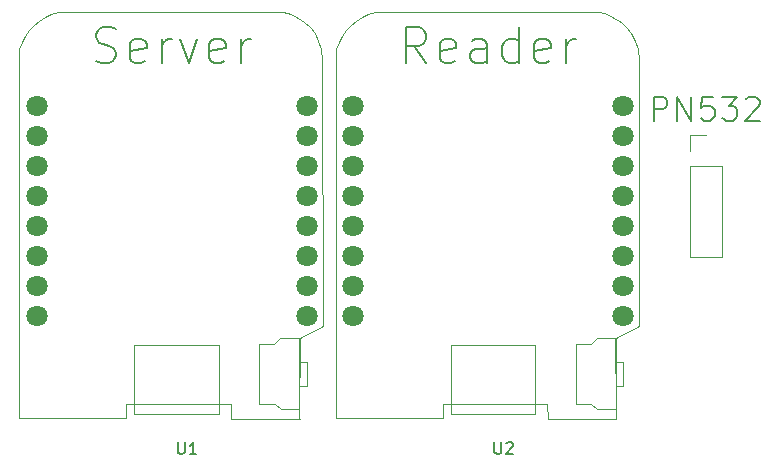
<source format=gbr>
%TF.GenerationSoftware,KiCad,Pcbnew,9.0.2*%
%TF.CreationDate,2025-06-27T22:36:13+12:00*%
%TF.ProjectId,cardReader,63617264-5265-4616-9465-722e6b696361,rev?*%
%TF.SameCoordinates,Original*%
%TF.FileFunction,Legend,Top*%
%TF.FilePolarity,Positive*%
%FSLAX46Y46*%
G04 Gerber Fmt 4.6, Leading zero omitted, Abs format (unit mm)*
G04 Created by KiCad (PCBNEW 9.0.2) date 2025-06-27 22:36:13*
%MOMM*%
%LPD*%
G01*
G04 APERTURE LIST*
%ADD10C,0.150000*%
%ADD11C,0.120000*%
%ADD12C,0.100000*%
%ADD13C,1.800000*%
G04 APERTURE END LIST*
D10*
X120571428Y-56917438D02*
X120571428Y-54917438D01*
X120571428Y-54917438D02*
X121333333Y-54917438D01*
X121333333Y-54917438D02*
X121523809Y-55012676D01*
X121523809Y-55012676D02*
X121619047Y-55107914D01*
X121619047Y-55107914D02*
X121714285Y-55298390D01*
X121714285Y-55298390D02*
X121714285Y-55584104D01*
X121714285Y-55584104D02*
X121619047Y-55774580D01*
X121619047Y-55774580D02*
X121523809Y-55869819D01*
X121523809Y-55869819D02*
X121333333Y-55965057D01*
X121333333Y-55965057D02*
X120571428Y-55965057D01*
X122571428Y-56917438D02*
X122571428Y-54917438D01*
X122571428Y-54917438D02*
X123714285Y-56917438D01*
X123714285Y-56917438D02*
X123714285Y-54917438D01*
X125619047Y-54917438D02*
X124666666Y-54917438D01*
X124666666Y-54917438D02*
X124571428Y-55869819D01*
X124571428Y-55869819D02*
X124666666Y-55774580D01*
X124666666Y-55774580D02*
X124857142Y-55679342D01*
X124857142Y-55679342D02*
X125333333Y-55679342D01*
X125333333Y-55679342D02*
X125523809Y-55774580D01*
X125523809Y-55774580D02*
X125619047Y-55869819D01*
X125619047Y-55869819D02*
X125714285Y-56060295D01*
X125714285Y-56060295D02*
X125714285Y-56536485D01*
X125714285Y-56536485D02*
X125619047Y-56726961D01*
X125619047Y-56726961D02*
X125523809Y-56822200D01*
X125523809Y-56822200D02*
X125333333Y-56917438D01*
X125333333Y-56917438D02*
X124857142Y-56917438D01*
X124857142Y-56917438D02*
X124666666Y-56822200D01*
X124666666Y-56822200D02*
X124571428Y-56726961D01*
X126380952Y-54917438D02*
X127619047Y-54917438D01*
X127619047Y-54917438D02*
X126952380Y-55679342D01*
X126952380Y-55679342D02*
X127238095Y-55679342D01*
X127238095Y-55679342D02*
X127428571Y-55774580D01*
X127428571Y-55774580D02*
X127523809Y-55869819D01*
X127523809Y-55869819D02*
X127619047Y-56060295D01*
X127619047Y-56060295D02*
X127619047Y-56536485D01*
X127619047Y-56536485D02*
X127523809Y-56726961D01*
X127523809Y-56726961D02*
X127428571Y-56822200D01*
X127428571Y-56822200D02*
X127238095Y-56917438D01*
X127238095Y-56917438D02*
X126666666Y-56917438D01*
X126666666Y-56917438D02*
X126476190Y-56822200D01*
X126476190Y-56822200D02*
X126380952Y-56726961D01*
X128380952Y-55107914D02*
X128476190Y-55012676D01*
X128476190Y-55012676D02*
X128666666Y-54917438D01*
X128666666Y-54917438D02*
X129142857Y-54917438D01*
X129142857Y-54917438D02*
X129333333Y-55012676D01*
X129333333Y-55012676D02*
X129428571Y-55107914D01*
X129428571Y-55107914D02*
X129523809Y-55298390D01*
X129523809Y-55298390D02*
X129523809Y-55488866D01*
X129523809Y-55488866D02*
X129428571Y-55774580D01*
X129428571Y-55774580D02*
X128285714Y-56917438D01*
X128285714Y-56917438D02*
X129523809Y-56917438D01*
X107078095Y-84144819D02*
X107078095Y-84954342D01*
X107078095Y-84954342D02*
X107125714Y-85049580D01*
X107125714Y-85049580D02*
X107173333Y-85097200D01*
X107173333Y-85097200D02*
X107268571Y-85144819D01*
X107268571Y-85144819D02*
X107459047Y-85144819D01*
X107459047Y-85144819D02*
X107554285Y-85097200D01*
X107554285Y-85097200D02*
X107601904Y-85049580D01*
X107601904Y-85049580D02*
X107649523Y-84954342D01*
X107649523Y-84954342D02*
X107649523Y-84144819D01*
X108078095Y-84240057D02*
X108125714Y-84192438D01*
X108125714Y-84192438D02*
X108220952Y-84144819D01*
X108220952Y-84144819D02*
X108459047Y-84144819D01*
X108459047Y-84144819D02*
X108554285Y-84192438D01*
X108554285Y-84192438D02*
X108601904Y-84240057D01*
X108601904Y-84240057D02*
X108649523Y-84335295D01*
X108649523Y-84335295D02*
X108649523Y-84430533D01*
X108649523Y-84430533D02*
X108601904Y-84573390D01*
X108601904Y-84573390D02*
X108030476Y-85144819D01*
X108030476Y-85144819D02*
X108649523Y-85144819D01*
X101284285Y-52020057D02*
X100284285Y-50591485D01*
X99569999Y-52020057D02*
X99569999Y-49020057D01*
X99569999Y-49020057D02*
X100712856Y-49020057D01*
X100712856Y-49020057D02*
X100998571Y-49162914D01*
X100998571Y-49162914D02*
X101141428Y-49305771D01*
X101141428Y-49305771D02*
X101284285Y-49591485D01*
X101284285Y-49591485D02*
X101284285Y-50020057D01*
X101284285Y-50020057D02*
X101141428Y-50305771D01*
X101141428Y-50305771D02*
X100998571Y-50448628D01*
X100998571Y-50448628D02*
X100712856Y-50591485D01*
X100712856Y-50591485D02*
X99569999Y-50591485D01*
X103712856Y-51877200D02*
X103427142Y-52020057D01*
X103427142Y-52020057D02*
X102855714Y-52020057D01*
X102855714Y-52020057D02*
X102569999Y-51877200D01*
X102569999Y-51877200D02*
X102427142Y-51591485D01*
X102427142Y-51591485D02*
X102427142Y-50448628D01*
X102427142Y-50448628D02*
X102569999Y-50162914D01*
X102569999Y-50162914D02*
X102855714Y-50020057D01*
X102855714Y-50020057D02*
X103427142Y-50020057D01*
X103427142Y-50020057D02*
X103712856Y-50162914D01*
X103712856Y-50162914D02*
X103855714Y-50448628D01*
X103855714Y-50448628D02*
X103855714Y-50734342D01*
X103855714Y-50734342D02*
X102427142Y-51020057D01*
X106427143Y-52020057D02*
X106427143Y-50448628D01*
X106427143Y-50448628D02*
X106284285Y-50162914D01*
X106284285Y-50162914D02*
X105998571Y-50020057D01*
X105998571Y-50020057D02*
X105427143Y-50020057D01*
X105427143Y-50020057D02*
X105141428Y-50162914D01*
X106427143Y-51877200D02*
X106141428Y-52020057D01*
X106141428Y-52020057D02*
X105427143Y-52020057D01*
X105427143Y-52020057D02*
X105141428Y-51877200D01*
X105141428Y-51877200D02*
X104998571Y-51591485D01*
X104998571Y-51591485D02*
X104998571Y-51305771D01*
X104998571Y-51305771D02*
X105141428Y-51020057D01*
X105141428Y-51020057D02*
X105427143Y-50877200D01*
X105427143Y-50877200D02*
X106141428Y-50877200D01*
X106141428Y-50877200D02*
X106427143Y-50734342D01*
X109141429Y-52020057D02*
X109141429Y-49020057D01*
X109141429Y-51877200D02*
X108855714Y-52020057D01*
X108855714Y-52020057D02*
X108284286Y-52020057D01*
X108284286Y-52020057D02*
X107998571Y-51877200D01*
X107998571Y-51877200D02*
X107855714Y-51734342D01*
X107855714Y-51734342D02*
X107712857Y-51448628D01*
X107712857Y-51448628D02*
X107712857Y-50591485D01*
X107712857Y-50591485D02*
X107855714Y-50305771D01*
X107855714Y-50305771D02*
X107998571Y-50162914D01*
X107998571Y-50162914D02*
X108284286Y-50020057D01*
X108284286Y-50020057D02*
X108855714Y-50020057D01*
X108855714Y-50020057D02*
X109141429Y-50162914D01*
X111712857Y-51877200D02*
X111427143Y-52020057D01*
X111427143Y-52020057D02*
X110855715Y-52020057D01*
X110855715Y-52020057D02*
X110570000Y-51877200D01*
X110570000Y-51877200D02*
X110427143Y-51591485D01*
X110427143Y-51591485D02*
X110427143Y-50448628D01*
X110427143Y-50448628D02*
X110570000Y-50162914D01*
X110570000Y-50162914D02*
X110855715Y-50020057D01*
X110855715Y-50020057D02*
X111427143Y-50020057D01*
X111427143Y-50020057D02*
X111712857Y-50162914D01*
X111712857Y-50162914D02*
X111855715Y-50448628D01*
X111855715Y-50448628D02*
X111855715Y-50734342D01*
X111855715Y-50734342D02*
X110427143Y-51020057D01*
X113141429Y-52020057D02*
X113141429Y-50020057D01*
X113141429Y-50591485D02*
X113284286Y-50305771D01*
X113284286Y-50305771D02*
X113427144Y-50162914D01*
X113427144Y-50162914D02*
X113712858Y-50020057D01*
X113712858Y-50020057D02*
X113998572Y-50020057D01*
X80271895Y-84144819D02*
X80271895Y-84954342D01*
X80271895Y-84954342D02*
X80319514Y-85049580D01*
X80319514Y-85049580D02*
X80367133Y-85097200D01*
X80367133Y-85097200D02*
X80462371Y-85144819D01*
X80462371Y-85144819D02*
X80652847Y-85144819D01*
X80652847Y-85144819D02*
X80748085Y-85097200D01*
X80748085Y-85097200D02*
X80795704Y-85049580D01*
X80795704Y-85049580D02*
X80843323Y-84954342D01*
X80843323Y-84954342D02*
X80843323Y-84144819D01*
X81843323Y-85144819D02*
X81271895Y-85144819D01*
X81557609Y-85144819D02*
X81557609Y-84144819D01*
X81557609Y-84144819D02*
X81462371Y-84287676D01*
X81462371Y-84287676D02*
X81367133Y-84382914D01*
X81367133Y-84382914D02*
X81271895Y-84430533D01*
X73335228Y-51877200D02*
X73763800Y-52020057D01*
X73763800Y-52020057D02*
X74478085Y-52020057D01*
X74478085Y-52020057D02*
X74763800Y-51877200D01*
X74763800Y-51877200D02*
X74906657Y-51734342D01*
X74906657Y-51734342D02*
X75049514Y-51448628D01*
X75049514Y-51448628D02*
X75049514Y-51162914D01*
X75049514Y-51162914D02*
X74906657Y-50877200D01*
X74906657Y-50877200D02*
X74763800Y-50734342D01*
X74763800Y-50734342D02*
X74478085Y-50591485D01*
X74478085Y-50591485D02*
X73906657Y-50448628D01*
X73906657Y-50448628D02*
X73620942Y-50305771D01*
X73620942Y-50305771D02*
X73478085Y-50162914D01*
X73478085Y-50162914D02*
X73335228Y-49877200D01*
X73335228Y-49877200D02*
X73335228Y-49591485D01*
X73335228Y-49591485D02*
X73478085Y-49305771D01*
X73478085Y-49305771D02*
X73620942Y-49162914D01*
X73620942Y-49162914D02*
X73906657Y-49020057D01*
X73906657Y-49020057D02*
X74620942Y-49020057D01*
X74620942Y-49020057D02*
X75049514Y-49162914D01*
X77478085Y-51877200D02*
X77192371Y-52020057D01*
X77192371Y-52020057D02*
X76620943Y-52020057D01*
X76620943Y-52020057D02*
X76335228Y-51877200D01*
X76335228Y-51877200D02*
X76192371Y-51591485D01*
X76192371Y-51591485D02*
X76192371Y-50448628D01*
X76192371Y-50448628D02*
X76335228Y-50162914D01*
X76335228Y-50162914D02*
X76620943Y-50020057D01*
X76620943Y-50020057D02*
X77192371Y-50020057D01*
X77192371Y-50020057D02*
X77478085Y-50162914D01*
X77478085Y-50162914D02*
X77620943Y-50448628D01*
X77620943Y-50448628D02*
X77620943Y-50734342D01*
X77620943Y-50734342D02*
X76192371Y-51020057D01*
X78906657Y-52020057D02*
X78906657Y-50020057D01*
X78906657Y-50591485D02*
X79049514Y-50305771D01*
X79049514Y-50305771D02*
X79192372Y-50162914D01*
X79192372Y-50162914D02*
X79478086Y-50020057D01*
X79478086Y-50020057D02*
X79763800Y-50020057D01*
X80478086Y-50020057D02*
X81192372Y-52020057D01*
X81192372Y-52020057D02*
X81906657Y-50020057D01*
X84192371Y-51877200D02*
X83906657Y-52020057D01*
X83906657Y-52020057D02*
X83335229Y-52020057D01*
X83335229Y-52020057D02*
X83049514Y-51877200D01*
X83049514Y-51877200D02*
X82906657Y-51591485D01*
X82906657Y-51591485D02*
X82906657Y-50448628D01*
X82906657Y-50448628D02*
X83049514Y-50162914D01*
X83049514Y-50162914D02*
X83335229Y-50020057D01*
X83335229Y-50020057D02*
X83906657Y-50020057D01*
X83906657Y-50020057D02*
X84192371Y-50162914D01*
X84192371Y-50162914D02*
X84335229Y-50448628D01*
X84335229Y-50448628D02*
X84335229Y-50734342D01*
X84335229Y-50734342D02*
X82906657Y-51020057D01*
X85620943Y-52020057D02*
X85620943Y-50020057D01*
X85620943Y-50591485D02*
X85763800Y-50305771D01*
X85763800Y-50305771D02*
X85906658Y-50162914D01*
X85906658Y-50162914D02*
X86192372Y-50020057D01*
X86192372Y-50020057D02*
X86478086Y-50020057D01*
D11*
%TO.C,PN532*%
X123620000Y-58120000D02*
X125000000Y-58120000D01*
X123620000Y-59500000D02*
X123620000Y-58120000D01*
X123620000Y-60770000D02*
X123620000Y-68500000D01*
X123620000Y-60770000D02*
X126380000Y-60770000D01*
X123620000Y-68500000D02*
X126380000Y-68500000D01*
X126380000Y-60770000D02*
X126380000Y-68500000D01*
D12*
%TO.C,U2*%
X93639807Y-82056658D02*
X93653805Y-50886507D01*
X93653805Y-50886507D02*
X93886616Y-50283714D01*
X93886616Y-50283714D02*
X94170099Y-49738833D01*
X94170099Y-49738833D02*
X94504747Y-49252423D01*
X94504747Y-49252423D02*
X94891047Y-48825048D01*
X94891047Y-48825048D02*
X95329488Y-48457259D01*
X95329488Y-48457259D02*
X95820560Y-48149623D01*
X95820560Y-48149623D02*
X96364750Y-47902690D01*
X96364750Y-47902690D02*
X96962547Y-47717024D01*
X96962547Y-47717024D02*
X116000460Y-47688266D01*
X102718627Y-80880483D02*
X102720603Y-82082736D01*
X102720603Y-82082736D02*
X93639807Y-82056658D01*
X103390350Y-75931451D02*
X110529931Y-75931451D01*
X103390350Y-81745188D02*
X103390350Y-75931451D01*
X110529931Y-75931451D02*
X110529931Y-81745188D01*
X110529931Y-81745188D02*
X103390350Y-81745188D01*
X111549849Y-80873795D02*
X102718627Y-80880483D01*
X111576180Y-82157228D02*
X111549849Y-80873795D01*
X113979850Y-75811515D02*
X113979850Y-80873876D01*
X113979850Y-80873876D02*
X115267489Y-80873876D01*
X115232211Y-75811515D02*
X113979850Y-75811515D01*
X115267489Y-80873876D02*
X115796656Y-81367765D01*
X115761378Y-75282349D02*
X115232211Y-75811515D01*
X115796656Y-81367765D02*
X117366517Y-81367765D01*
X116000460Y-47688266D02*
X116619824Y-47922259D01*
X116619824Y-47922259D02*
X117208018Y-48206742D01*
X117208018Y-48206742D02*
X117751445Y-48556257D01*
X117313600Y-75282349D02*
X115761378Y-75282349D01*
X117348878Y-77363738D02*
X118001517Y-77363738D01*
X117366517Y-81367765D02*
X117313600Y-75282349D01*
X117387472Y-82157228D02*
X111576180Y-82157228D01*
X117402480Y-75304181D02*
X117372686Y-82112524D01*
X117751445Y-48556257D02*
X118236503Y-48985342D01*
X118001517Y-77363738D02*
X118001517Y-79356932D01*
X118001517Y-79356932D02*
X117384156Y-79356932D01*
X118236503Y-48985342D02*
X118649595Y-49508540D01*
X118649595Y-49508540D02*
X118977122Y-50140387D01*
X118977122Y-50140387D02*
X119205482Y-50895425D01*
X119205482Y-50895425D02*
X119321078Y-51788193D01*
X119321078Y-51788193D02*
X119346026Y-74343285D01*
X119346026Y-74343285D02*
X117402480Y-75304181D01*
%TO.C,U1*%
X66833607Y-82056658D02*
X66847605Y-50886507D01*
X66847605Y-50886507D02*
X67080416Y-50283714D01*
X67080416Y-50283714D02*
X67363899Y-49738833D01*
X67363899Y-49738833D02*
X67698547Y-49252423D01*
X67698547Y-49252423D02*
X68084847Y-48825048D01*
X68084847Y-48825048D02*
X68523288Y-48457259D01*
X68523288Y-48457259D02*
X69014360Y-48149623D01*
X69014360Y-48149623D02*
X69558550Y-47902690D01*
X69558550Y-47902690D02*
X70156347Y-47717024D01*
X70156347Y-47717024D02*
X89194260Y-47688266D01*
X75912427Y-80880483D02*
X75914403Y-82082736D01*
X75914403Y-82082736D02*
X66833607Y-82056658D01*
X76584150Y-75931451D02*
X83723731Y-75931451D01*
X76584150Y-81745188D02*
X76584150Y-75931451D01*
X83723731Y-75931451D02*
X83723731Y-81745188D01*
X83723731Y-81745188D02*
X76584150Y-81745188D01*
X84743649Y-80873795D02*
X75912427Y-80880483D01*
X84769980Y-82157228D02*
X84743649Y-80873795D01*
X87173650Y-75811515D02*
X87173650Y-80873876D01*
X87173650Y-80873876D02*
X88461289Y-80873876D01*
X88426011Y-75811515D02*
X87173650Y-75811515D01*
X88461289Y-80873876D02*
X88990456Y-81367765D01*
X88955178Y-75282349D02*
X88426011Y-75811515D01*
X88990456Y-81367765D02*
X90560317Y-81367765D01*
X89194260Y-47688266D02*
X89813624Y-47922259D01*
X89813624Y-47922259D02*
X90401818Y-48206742D01*
X90401818Y-48206742D02*
X90945245Y-48556257D01*
X90507400Y-75282349D02*
X88955178Y-75282349D01*
X90542678Y-77363738D02*
X91195317Y-77363738D01*
X90560317Y-81367765D02*
X90507400Y-75282349D01*
X90581272Y-82157228D02*
X84769980Y-82157228D01*
X90596280Y-75304181D02*
X90566486Y-82112524D01*
X90945245Y-48556257D02*
X91430303Y-48985342D01*
X91195317Y-77363738D02*
X91195317Y-79356932D01*
X91195317Y-79356932D02*
X90577956Y-79356932D01*
X91430303Y-48985342D02*
X91843395Y-49508540D01*
X91843395Y-49508540D02*
X92170922Y-50140387D01*
X92170922Y-50140387D02*
X92399282Y-50895425D01*
X92399282Y-50895425D02*
X92514878Y-51788193D01*
X92514878Y-51788193D02*
X92539826Y-74343285D01*
X92539826Y-74343285D02*
X90596280Y-75304181D01*
%TD*%
D13*
%TO.C,U2*%
X95140000Y-73500000D03*
X95140000Y-70960000D03*
X95140000Y-68420000D03*
X95140000Y-65880000D03*
X95140000Y-63340000D03*
X95140000Y-60800000D03*
X95140000Y-58260000D03*
X95140000Y-55720000D03*
X118000000Y-55720000D03*
X118000000Y-58260000D03*
X118000000Y-60800000D03*
X118000000Y-63340000D03*
X118000000Y-65880000D03*
X118000000Y-68420000D03*
X118000000Y-70960000D03*
X118000000Y-73500000D03*
%TD*%
%TO.C,U1*%
X68333800Y-73500000D03*
X68333800Y-70960000D03*
X68333800Y-68420000D03*
X68333800Y-65880000D03*
X68333800Y-63340000D03*
X68333800Y-60800000D03*
X68333800Y-58260000D03*
X68333800Y-55720000D03*
X91193800Y-55720000D03*
X91193800Y-58260000D03*
X91193800Y-60800000D03*
X91193800Y-63340000D03*
X91193800Y-65880000D03*
X91193800Y-68420000D03*
X91193800Y-70960000D03*
X91193800Y-73500000D03*
%TD*%
M02*

</source>
